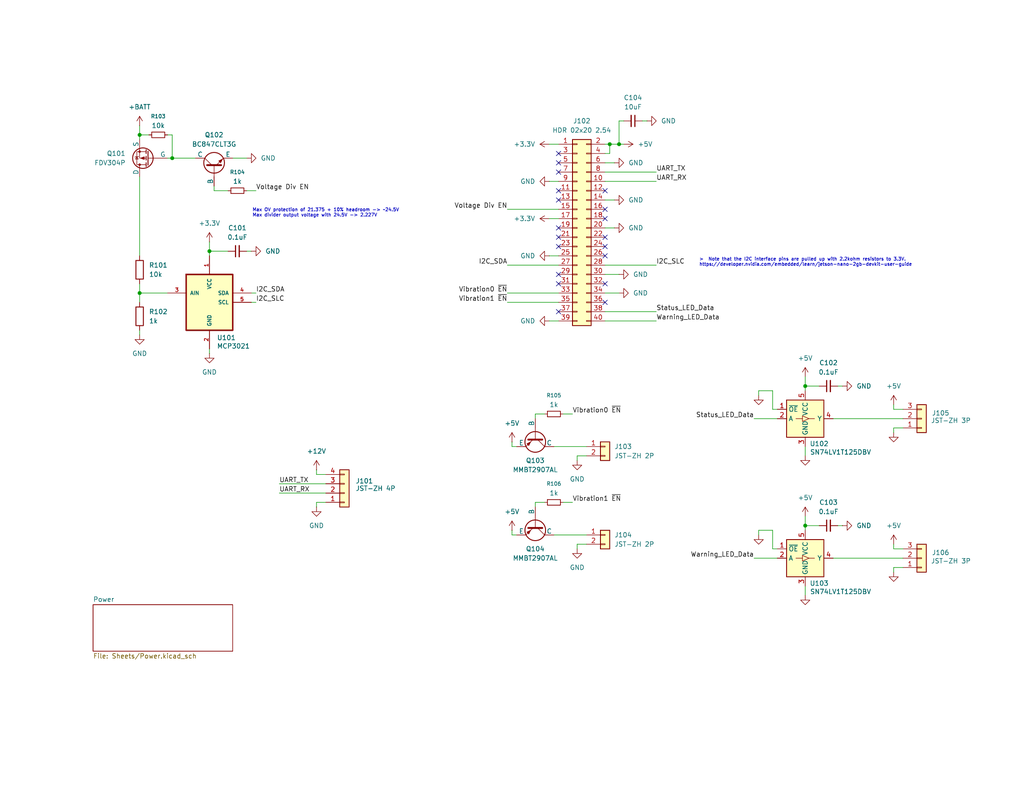
<source format=kicad_sch>
(kicad_sch (version 20250114) (generator "eeschema") (generator_version "9.0")
  (paper "USLetter")
  (title_block (title "Cyclops (Team 30)") (date "2025-12-16") (rev "2.1") (company "Concordia University, Department of Electrical and Computer Engineering"))
  (lib_symbols
    (symbol "Connector_Generic:Conn_01x02" (pin_names (offset 1.016) (hide yes))
      (property "Reference" "J" (at 0 2.54 0))
      (property "Value" "Conn_01x02" (at 0 -5.08 0))
      (symbol "Conn_01x02_1_1"
        (rectangle (start -1.27 1.27) (end 1.27 -3.81) (stroke (width 0.254)) (fill (type background)))
        (rectangle (start -1.27 0.127) (end 0 -0.127) (stroke (width 0.1524)))
        (rectangle (start -1.27 -2.413) (end 0 -2.667) (stroke (width 0.1524)))
        (pin passive line (at -5.08 0 0) (length 3.81) (name "Pin_1") (number "1"))
        (pin passive line (at -5.08 -2.54 0) (length 3.81) (name "Pin_2") (number "2"))
      )
    )
    (symbol "Connector_Generic:Conn_01x03" (pin_names (offset 1.016) (hide yes))
      (property "Reference" "J" (at 0 5.08 0))
      (property "Value" "Conn_01x03" (at 0 -5.08 0))
      (symbol "Conn_01x03_1_1"
        (rectangle (start -1.27 3.81) (end 1.27 -3.81) (stroke (width 0.254)) (fill (type background)))
        (rectangle (start -1.27 2.667) (end 0 2.413) (stroke (width 0.1524)))
        (rectangle (start -1.27 0.127) (end 0 -0.127) (stroke (width 0.1524)))
        (rectangle (start -1.27 -2.413) (end 0 -2.667) (stroke (width 0.1524)))
        (pin passive line (at -5.08 2.54 0) (length 3.81) (name "Pin_1") (number "1"))
        (pin passive line (at -5.08 0 0) (length 3.81) (name "Pin_2") (number "2"))
        (pin passive line (at -5.08 -2.54 0) (length 3.81) (name "Pin_3") (number "3"))
      )
    )
    (symbol "Connector_Generic:Conn_01x04" (pin_names (offset 1.016) (hide yes))
      (property "Reference" "J" (at 0 5.08 0))
      (property "Value" "Conn_01x04" (at 0 -7.62 0))
      (symbol "Conn_01x04_1_1"
        (rectangle (start -1.27 3.81) (end 1.27 -6.35) (stroke (width 0.254)) (fill (type background)))
        (rectangle (start -1.27 2.667) (end 0 2.413) (stroke (width 0.1524)))
        (rectangle (start -1.27 0.127) (end 0 -0.127) (stroke (width 0.1524)))
        (rectangle (start -1.27 -2.413) (end 0 -2.667) (stroke (width 0.1524)))
        (rectangle (start -1.27 -4.953) (end 0 -5.207) (stroke (width 0.1524)))
        (pin passive line (at -5.08 2.54 0) (length 3.81) (name "Pin_1") (number "1"))
        (pin passive line (at -5.08 0 0) (length 3.81) (name "Pin_2") (number "2"))
        (pin passive line (at -5.08 -2.54 0) (length 3.81) (name "Pin_3") (number "3"))
        (pin passive line (at -5.08 -5.08 0) (length 3.81) (name "Pin_4") (number "4"))
      )
    )
    (symbol "Connector_Generic:Conn_02x20_Odd_Even" (pin_names (offset 1.016) (hide yes))
      (property "Reference" "J" (at 1.27 25.4 0))
      (property "Value" "Conn_02x20_Odd_Even" (at 1.27 -27.94 0))
      (symbol "Conn_02x20_Odd_Even_1_1"
        (rectangle (start -1.27 24.13) (end 3.81 -26.67) (stroke (width 0.254)) (fill (type background)))
        (rectangle (start -1.27 22.987) (end 0 22.733) (stroke (width 0.1524)))
        (rectangle (start -1.27 20.447) (end 0 20.193) (stroke (width 0.1524)))
        (rectangle (start -1.27 17.907) (end 0 17.653) (stroke (width 0.1524)))
        (rectangle (start -1.27 15.367) (end 0 15.113) (stroke (width 0.1524)))
        (rectangle (start -1.27 12.827) (end 0 12.573) (stroke (width 0.1524)))
        (rectangle (start -1.27 10.287) (end 0 10.033) (stroke (width 0.1524)))
        (rectangle (start -1.27 7.747) (end 0 7.493) (stroke (width 0.1524)))
        (rectangle (start -1.27 5.207) (end 0 4.953) (stroke (width 0.1524)))
        (rectangle (start -1.27 2.667) (end 0 2.413) (stroke (width 0.1524)))
        (rectangle (start -1.27 0.127) (end 0 -0.127) (stroke (width 0.1524)))
        (rectangle (start -1.27 -2.413) (end 0 -2.667) (stroke (width 0.1524)))
        (rectangle (start -1.27 -4.953) (end 0 -5.207) (stroke (width 0.1524)))
        (rectangle (start -1.27 -7.493) (end 0 -7.747) (stroke (width 0.1524)))
        (rectangle (start -1.27 -10.033) (end 0 -10.287) (stroke (width 0.1524)))
        (rectangle (start -1.27 -12.573) (end 0 -12.827) (stroke (width 0.1524)))
        (rectangle (start -1.27 -15.113) (end 0 -15.367) (stroke (width 0.1524)))
        (rectangle (start -1.27 -17.653) (end 0 -17.907) (stroke (width 0.1524)))
        (rectangle (start -1.27 -20.193) (end 0 -20.447) (stroke (width 0.1524)))
        (rectangle (start -1.27 -22.733) (end 0 -22.987) (stroke (width 0.1524)))
        (rectangle (start -1.27 -25.273) (end 0 -25.527) (stroke (width 0.1524)))
        (rectangle (start 3.81 22.987) (end 2.54 22.733) (stroke (width 0.1524)))
        (rectangle (start 3.81 20.447) (end 2.54 20.193) (stroke (width 0.1524)))
        (rectangle (start 3.81 17.907) (end 2.54 17.653) (stroke (width 0.1524)))
        (rectangle (start 3.81 15.367) (end 2.54 15.113) (stroke (width 0.1524)))
        (rectangle (start 3.81 12.827) (end 2.54 12.573) (stroke (width 0.1524)))
        (rectangle (start 3.81 10.287) (end 2.54 10.033) (stroke (width 0.1524)))
        (rectangle (start 3.81 7.747) (end 2.54 7.493) (stroke (width 0.1524)))
        (rectangle (start 3.81 5.207) (end 2.54 4.953) (stroke (width 0.1524)))
        (rectangle (start 3.81 2.667) (end 2.54 2.413) (stroke (width 0.1524)))
        (rectangle (start 3.81 0.127) (end 2.54 -0.127) (stroke (width 0.1524)))
        (rectangle (start 3.81 -2.413) (end 2.54 -2.667) (stroke (width 0.1524)))
        (rectangle (start 3.81 -4.953) (end 2.54 -5.207) (stroke (width 0.1524)))
        (rectangle (start 3.81 -7.493) (end 2.54 -7.747) (stroke (width 0.1524)))
        (rectangle (start 3.81 -10.033) (end 2.54 -10.287) (stroke (width 0.1524)))
        (rectangle (start 3.81 -12.573) (end 2.54 -12.827) (stroke (width 0.1524)))
        (rectangle (start 3.81 -15.113) (end 2.54 -15.367) (stroke (width 0.1524)))
        (rectangle (start 3.81 -17.653) (end 2.54 -17.907) (stroke (width 0.1524)))
        (rectangle (start 3.81 -20.193) (end 2.54 -20.447) (stroke (width 0.1524)))
        (rectangle (start 3.81 -22.733) (end 2.54 -22.987) (stroke (width 0.1524)))
        (rectangle (start 3.81 -25.273) (end 2.54 -25.527) (stroke (width 0.1524)))
        (pin passive line (at -5.08 22.86 0) (length 3.81) (name "Pin_1") (number "1"))
        (pin passive line (at -5.08 20.32 0) (length 3.81) (name "Pin_3") (number "3"))
        (pin passive line (at -5.08 17.78 0) (length 3.81) (name "Pin_5") (number "5"))
        (pin passive line (at -5.08 15.24 0) (length 3.81) (name "Pin_7") (number "7"))
        (pin passive line (at -5.08 12.7 0) (length 3.81) (name "Pin_9") (number "9"))
        (pin passive line (at -5.08 10.16 0) (length 3.81) (name "Pin_11") (number "11"))
        (pin passive line (at -5.08 7.62 0) (length 3.81) (name "Pin_13") (number "13"))
        (pin passive line (at -5.08 5.08 0) (length 3.81) (name "Pin_15") (number "15"))
        (pin passive line (at -5.08 2.54 0) (length 3.81) (name "Pin_17") (number "17"))
        (pin passive line (at -5.08 0 0) (length 3.81) (name "Pin_19") (number "19"))
        (pin passive line (at -5.08 -2.54 0) (length 3.81) (name "Pin_21") (number "21"))
        (pin passive line (at -5.08 -5.08 0) (length 3.81) (name "Pin_23") (number "23"))
        (pin passive line (at -5.08 -7.62 0) (length 3.81) (name "Pin_25") (number "25"))
        (pin passive line (at -5.08 -10.16 0) (length 3.81) (name "Pin_27") (number "27"))
        (pin passive line (at -5.08 -12.7 0) (length 3.81) (name "Pin_29") (number "29"))
        (pin passive line (at -5.08 -15.24 0) (length 3.81) (name "Pin_31") (number "31"))
        (pin passive line (at -5.08 -17.78 0) (length 3.81) (name "Pin_33") (number "33"))
        (pin passive line (at -5.08 -20.32 0) (length 3.81) (name "Pin_35") (number "35"))
        (pin passive line (at -5.08 -22.86 0) (length 3.81) (name "Pin_37") (number "37"))
        (pin passive line (at -5.08 -25.4 0) (length 3.81) (name "Pin_39") (number "39"))
        (pin passive line (at 7.62 22.86 180) (length 3.81) (name "Pin_2") (number "2"))
        (pin passive line (at 7.62 20.32 180) (length 3.81) (name "Pin_4") (number "4"))
        (pin passive line (at 7.62 17.78 180) (length 3.81) (name "Pin_6") (number "6"))
        (pin passive line (at 7.62 15.24 180) (length 3.81) (name "Pin_8") (number "8"))
        (pin passive line (at 7.62 12.7 180) (length 3.81) (name "Pin_10") (number "10"))
        (pin passive line (at 7.62 10.16 180) (length 3.81) (name "Pin_12") (number "12"))
        (pin passive line (at 7.62 7.62 180) (length 3.81) (name "Pin_14") (number "14"))
        (pin passive line (at 7.62 5.08 180) (length 3.81) (name "Pin_16") (number "16"))
        (pin passive line (at 7.62 2.54 180) (length 3.81) (name "Pin_18") (number "18"))
        (pin passive line (at 7.62 0 180) (length 3.81) (name "Pin_20") (number "20"))
        (pin passive line (at 7.62 -2.54 180) (length 3.81) (name "Pin_22") (number "22"))
        (pin passive line (at 7.62 -5.08 180) (length 3.81) (name "Pin_24") (number "24"))
        (pin passive line (at 7.62 -7.62 180) (length 3.81) (name "Pin_26") (number "26"))
        (pin passive line (at 7.62 -10.16 180) (length 3.81) (name "Pin_28") (number "28"))
        (pin passive line (at 7.62 -12.7 180) (length 3.81) (name "Pin_30") (number "30"))
        (pin passive line (at 7.62 -15.24 180) (length 3.81) (name "Pin_32") (number "32"))
        (pin passive line (at 7.62 -17.78 180) (length 3.81) (name "Pin_34") (number "34"))
        (pin passive line (at 7.62 -20.32 180) (length 3.81) (name "Pin_36") (number "36"))
        (pin passive line (at 7.62 -22.86 180) (length 3.81) (name "Pin_38") (number "38"))
        (pin passive line (at 7.62 -25.4 180) (length 3.81) (name "Pin_40") (number "40"))
      )
    )
    (symbol "Device:C_Small" (pin_numbers (hide yes)) (pin_names (offset 0.254) (hide yes))
      (property "Reference" "C" (at 0.254 1.778 0))
      (property "Value" "C_Small" (at 0.254 -2.032 0))
      (symbol "C_Small_0_1"
        (polyline (pts (xy -1.524 0.508) (xy 1.524 0.508)) (stroke (width 0.3048)))
        (polyline (pts (xy -1.524 -0.508) (xy 1.524 -0.508)) (stroke (width 0.3302)))
      )
      (symbol "C_Small_1_1"
        (pin passive line (at 0 2.54 270) (length 2.032) (name "~") (number "1"))
        (pin passive line (at 0 -2.54 90) (length 2.032) (name "~") (number "2"))
      )
    )
    (symbol "Device:R" (pin_numbers (hide yes)) (pin_names (offset 0))
      (property "Reference" "R" (at 2.032 0 90))
      (property "Value" "R" (at 0 0 90))
      (symbol "R_0_1"
        (rectangle (start -1.016 -2.54) (end 1.016 2.54) (stroke (width 0.254)))
      )
      (symbol "R_1_1"
        (pin passive line (at 0 3.81 270) (length 1.27) (name "~") (number "1"))
        (pin passive line (at 0 -3.81 90) (length 1.27) (name "~") (number "2"))
      )
    )
    (symbol "Device:R_Small" (pin_numbers (hide yes)) (pin_names (offset 0.254) (hide yes))
      (property "Reference" "R" (at 0 0 90))
      (property "Value" "R_Small" (at 1.778 0 90))
      (symbol "R_Small_0_1"
        (rectangle (start -0.762 1.778) (end 0.762 -1.778) (stroke (width 0.2032)))
      )
      (symbol "R_Small_1_1"
        (pin passive line (at 0 2.54 270) (length 0.762) (name "~") (number "1"))
        (pin passive line (at 0 -2.54 90) (length 0.762) (name "~") (number "2"))
      )
    )
    (symbol "Logic_LevelTranslator:SN74LV1T125DBV"
      (property "Reference" "U" (at 5.08 6.35 0))
      (property "Value" "SN74LV1T125DBV" (at 5.08 3.81 0))
      (symbol "SN74LV1T125DBV_0_1"
        (rectangle (start -5.08 5.08) (end 5.08 -5.08) (stroke (width 0.254)) (fill (type background)))
        (polyline (pts (xy -0.762 0) (xy -2.54 0)))
        (polyline (pts (xy 1.016 0) (xy 2.54 0)))
      )
      (symbol "SN74LV1T125DBV_1_1"
        (polyline (pts (xy -0.762 -0.762) (xy -0.762 0.762) (xy 1.016 0) (xy -0.762 -0.762)))
        (pin input line (at -7.62 2.54 0) (length 2.54) (name "~{OE}") (number "1"))
        (pin input line (at -7.62 0 0) (length 2.54) (name "A") (number "2"))
        (pin power_in line (at 0 7.62 270) (length 2.54) (name "VCC") (number "5"))
        (pin power_in line (at 0 -7.62 90) (length 2.54) (name "GND") (number "3"))
        (pin output line (at 7.62 0 180) (length 2.54) (name "Y") (number "4"))
      )
    )
    (symbol "MCP3021:MCP3021" (pin_names (offset 1.016))
      (property "Reference" "U101" (at -4.318 -3.302 0))
      (property "Value" "MCP3021" (at -4.318 -5.588 0))
      (symbol "MCP3021_0_0"
        (rectangle (start -12.7 13.97) (end 0 -1.27) (stroke (width 0.4064)) (fill (type background)))
        (pin bidirectional line (at -17.78 8.89 0) (length 5.08) (name "AIN") (number "3"))
        (pin bidirectional line (at -6.35 19.05 270) (length 5.08) (name "VCC") (number "1"))
        (pin bidirectional line (at 5.08 8.89 180) (length 5.08) (name "SDA") (number "4"))
        (pin bidirectional line (at 5.08 6.35 180) (length 5.08) (name "SCL") (number "5"))
      )
      (symbol "MCP3021_1_0"
        (pin bidirectional line (at -6.35 -6.35 90) (length 5.08) (name "GND") (number "2"))
      )
    )
    (symbol "Simulation_SPICE:NPN" (pin_numbers (hide yes)) (pin_names (offset 0))
      (property "Reference" "Q" (at -2.54 7.62 0))
      (property "Value" "NPN" (at -2.54 5.08 0))
      (symbol "NPN_0_1"
        (polyline (pts (xy -2.54 0) (xy 0.635 0)) (stroke (width 0.1524)))
        (polyline (pts (xy 0.635 1.905) (xy 0.635 -1.905) (xy 0.635 -1.905)) (stroke (width 0.508)))
        (polyline (pts (xy 0.635 0.635) (xy 2.54 2.54)))
        (polyline (pts (xy 0.635 -0.635) (xy 2.54 -2.54) (xy 2.54 -2.54)))
        (circle (center 1.27 0) (radius 2.8194) (stroke (width 0.254)))
        (polyline (pts (xy 1.27 -1.778) (xy 1.778 -1.27) (xy 2.286 -2.286) (xy 1.27 -1.778) (xy 1.27 -1.778)) (fill (type outline)))
        (polyline (pts (xy 2.794 -1.27) (xy 2.794 -1.27)) (stroke (width 0.1524)))
        (polyline (pts (xy 2.794 -1.27) (xy 2.794 -1.27)) (stroke (width 0.1524)))
      )
      (symbol "NPN_1_1"
        (pin input line (at -5.08 0 0) (length 2.54) (name "B") (number "2"))
        (pin open_collector line (at 2.54 5.08 270) (length 2.54) (name "C") (number "1"))
        (pin open_emitter line (at 2.54 -5.08 90) (length 2.54) (name "E") (number "3"))
      )
    )
    (symbol "Simulation_SPICE:PMOS" (pin_numbers (hide yes)) (pin_names (offset 0))
      (property "Reference" "Q" (at 5.08 1.27 0))
      (property "Value" "PMOS" (at 5.08 -1.27 0))
      (symbol "PMOS_0_1"
        (polyline (pts (xy 0.254 1.905) (xy 0.254 -1.905)) (stroke (width 0.254)))
        (polyline (pts (xy 0.254 0) (xy -2.54 0)))
        (polyline (pts (xy 0.762 2.286) (xy 0.762 1.27)) (stroke (width 0.254)))
        (polyline (pts (xy 0.762 1.778) (xy 3.302 1.778) (xy 3.302 -1.778) (xy 0.762 -1.778)))
        (polyline (pts (xy 0.762 0.508) (xy 0.762 -0.508)) (stroke (width 0.254)))
        (polyline (pts (xy 0.762 -1.27) (xy 0.762 -2.286)) (stroke (width 0.254)))
        (circle (center 1.651 0) (radius 2.794) (stroke (width 0.254)))
        (polyline (pts (xy 2.286 0) (xy 1.27 0.381) (xy 1.27 -0.381) (xy 2.286 0)) (fill (type outline)))
        (polyline (pts (xy 2.54 2.54) (xy 2.54 1.778)))
        (circle (center 2.54 1.778) (radius 0.254) (fill (type outline)))
        (circle (center 2.54 -1.778) (radius 0.254) (fill (type outline)))
        (polyline (pts (xy 2.54 -2.54) (xy 2.54 0) (xy 0.762 0)))
        (polyline (pts (xy 2.794 -0.508) (xy 2.921 -0.381) (xy 3.683 -0.381) (xy 3.81 -0.254)))
        (polyline (pts (xy 3.302 -0.381) (xy 2.921 0.254) (xy 3.683 0.254) (xy 3.302 -0.381)))
      )
      (symbol "PMOS_1_1"
        (pin input line (at -5.08 0 0) (length 2.54) (name "G") (number "2"))
        (pin passive line (at 2.54 5.08 270) (length 2.54) (name "D") (number "1"))
        (pin passive line (at 2.54 -5.08 90) (length 2.54) (name "S") (number "3"))
      )
    )
    (symbol "Simulation_SPICE:PNP" (pin_numbers (hide yes)) (pin_names (offset 0))
      (property "Reference" "Q" (at -2.54 7.62 0))
      (property "Value" "PNP" (at -2.54 5.08 0))
      (symbol "PNP_0_1"
        (polyline (pts (xy -2.54 0) (xy 0.635 0)) (stroke (width 0.1524)))
        (polyline (pts (xy 0.635 1.905) (xy 0.635 -1.905) (xy 0.635 -1.905)) (stroke (width 0.508)))
        (polyline (pts (xy 0.635 0.635) (xy 2.54 2.54)))
        (polyline (pts (xy 0.635 -0.635) (xy 2.54 -2.54) (xy 2.54 -2.54)))
        (circle (center 1.27 0) (radius 2.8194) (stroke (width 0.254)))
        (polyline (pts (xy 2.286 -1.778) (xy 1.778 -2.286) (xy 1.27 -1.27) (xy 2.286 -1.778) (xy 2.286 -1.778)) (fill (type outline)))
      )
      (symbol "PNP_1_1"
        (pin input line (at -5.08 0 0) (length 2.54) (name "B") (number "2"))
        (pin open_collector line (at 2.54 5.08 270) (length 2.54) (name "C") (number "1"))
        (pin open_emitter line (at 2.54 -5.08 90) (length 2.54) (name "E") (number "3"))
      )
    )
    (symbol "power:+12V" (power) (pin_numbers (hide yes)) (pin_names (offset 0) (hide yes))
      (property "Value" "+12V" (at 0 3.556 0))
      (symbol "+12V_0_1"
        (polyline (pts (xy -0.762 1.27) (xy 0 2.54)))
        (polyline (pts (xy 0 2.54) (xy 0.762 1.27)))
        (polyline (pts (xy 0 0) (xy 0 2.54)))
      )
      (symbol "+12V_1_1"
        (pin power_in line (at 0 0 90) (length 0) (name "~") (number "1"))
      )
    )
    (symbol "power:+3.3V" (power) (pin_numbers (hide yes)) (pin_names (offset 0) (hide yes))
      (property "Value" "+3.3V" (at 0 3.556 0))
      (symbol "+3.3V_0_1"
        (polyline (pts (xy -0.762 1.27) (xy 0 2.54)))
        (polyline (pts (xy 0 2.54) (xy 0.762 1.27)))
        (polyline (pts (xy 0 0) (xy 0 2.54)))
      )
      (symbol "+3.3V_1_1"
        (pin power_in line (at 0 0 90) (length 0) (name "~") (number "1"))
      )
    )
    (symbol "power:+5V" (power) (pin_numbers (hide yes)) (pin_names (offset 0) (hide yes))
      (property "Value" "+5V" (at 0 3.556 0))
      (symbol "+5V_0_1"
        (polyline (pts (xy -0.762 1.27) (xy 0 2.54)))
        (polyline (pts (xy 0 2.54) (xy 0.762 1.27)))
        (polyline (pts (xy 0 0) (xy 0 2.54)))
      )
      (symbol "+5V_1_1"
        (pin power_in line (at 0 0 90) (length 0) (name "~") (number "1"))
      )
    )
    (symbol "power:+BATT" (power) (pin_numbers (hide yes)) (pin_names (offset 0) (hide yes))
      (property "Value" "+BATT" (at 0 3.556 0))
      (symbol "+BATT_0_1"
        (polyline (pts (xy -0.762 1.27) (xy 0 2.54)))
        (polyline (pts (xy 0 2.54) (xy 0.762 1.27)))
        (polyline (pts (xy 0 0) (xy 0 2.54)))
      )
      (symbol "+BATT_1_1"
        (pin power_in line (at 0 0 90) (length 0) (name "~") (number "1"))
      )
    )
    (symbol "power:GND" (power) (pin_numbers (hide yes)) (pin_names (offset 0) (hide yes))
      (property "Value" "GND" (at 0 -3.81 0))
      (symbol "GND_0_1"
        (polyline (pts (xy 0 0) (xy 0 -1.27) (xy 1.27 -1.27) (xy 0 -2.54) (xy -1.27 -1.27) (xy 0 -1.27)))
      )
      (symbol "GND_1_1"
        (pin power_in line (at 0 0 270) (length 0) (name "~") (number "1"))
      )
    )
  )
  (text "Max OV protection of 21.375 + 10% headroom -> ~24.5V\nMax divider output voltage with 24.5V -> 2.227V\n" (at 68.834 58.166 0) (effects (font (size 0.889 0.889)) (justify left)))
  (text ">  Note that the I2C interface pins are pulled up with 2.2kohm resistors to 3.3V. \nhttps://developer.nvidia.com/embedded/learn/jetson-nano-2gb-devkit-user-guide" (at 190.754 71.628 0) (effects (font (size 0.889 0.889)) (justify left)))
  (junction (at 219.71 105.41))
  (junction (at 166.37 39.37))
  (junction (at 57.15 68.58))
  (junction (at 219.71 143.51))
  (junction (at 38.1 36.83))
  (junction (at 38.1 80.01))
  (junction (at 168.91 39.37))
  (junction (at 46.99 43.18))
  (no_connect (at 152.4 54.61))
  (no_connect (at 152.4 67.31))
  (no_connect (at 152.4 77.47))
  (no_connect (at 165.1 59.69))
  (no_connect (at 165.1 52.07))
  (no_connect (at 152.4 64.77))
  (no_connect (at 165.1 64.77))
  (no_connect (at 152.4 44.45))
  (no_connect (at 152.4 52.07))
  (no_connect (at 165.1 77.47))
  (no_connect (at 165.1 67.31))
  (no_connect (at 165.1 69.85))
  (no_connect (at 165.1 82.55))
  (no_connect (at 152.4 41.91))
  (no_connect (at 152.4 46.99))
  (no_connect (at 152.4 74.93))
  (no_connect (at 165.1 57.15))
  (no_connect (at 152.4 62.23))
  (no_connect (at 152.4 85.09))
  (wire (pts (xy 149.86 39.37) (xy 152.4 39.37)))
  (wire (pts (xy 205.74 152.4) (xy 212.09 152.4)))
  (wire (pts (xy 138.43 72.39) (xy 152.4 72.39)))
  (wire (pts (xy 45.72 43.18) (xy 46.99 43.18)))
  (wire (pts (xy 246.38 149.86) (xy 243.84 149.86)))
  (wire (pts (xy 165.1 41.91) (xy 166.37 41.91)))
  (wire (pts (xy 157.48 149.86) (xy 157.48 148.59)))
  (wire (pts (xy 86.36 138.43) (xy 86.36 137.16)))
  (wire (pts (xy 212.09 149.86) (xy 210.82 149.86)))
  (wire (pts (xy 138.43 80.01) (xy 152.4 80.01)))
  (wire (pts (xy 146.05 137.16) (xy 146.05 138.43)))
  (wire (pts (xy 219.71 121.92) (xy 219.71 124.46)))
  (wire (pts (xy 76.2 132.08) (xy 88.9 132.08)))
  (wire (pts (xy 38.1 80.01) (xy 45.72 80.01)))
  (wire (pts (xy 46.99 43.18) (xy 53.34 43.18)))
  (wire (pts (xy 246.38 154.94) (xy 243.84 154.94)))
  (wire (pts (xy 167.64 54.61) (xy 165.1 54.61)))
  (wire (pts (xy 227.33 152.4) (xy 246.38 152.4)))
  (wire (pts (xy 45.72 36.83) (xy 46.99 36.83)))
  (wire (pts (xy 219.71 105.41) (xy 219.71 106.68)))
  (wire (pts (xy 62.23 68.58) (xy 57.15 68.58)))
  (wire (pts (xy 210.82 111.76) (xy 210.82 106.68)))
  (wire (pts (xy 57.15 66.04) (xy 57.15 68.58)))
  (wire (pts (xy 243.84 116.84) (xy 243.84 118.11)))
  (wire (pts (xy 58.42 52.07) (xy 62.23 52.07)))
  (wire (pts (xy 168.91 39.37) (xy 170.18 39.37)))
  (wire (pts (xy 179.07 46.99) (xy 165.1 46.99)))
  (wire (pts (xy 210.82 149.86) (xy 210.82 144.78)))
  (wire (pts (xy 46.99 36.83) (xy 46.99 43.18)))
  (wire (pts (xy 223.52 105.41) (xy 219.71 105.41)))
  (wire (pts (xy 138.43 82.55) (xy 152.4 82.55)))
  (wire (pts (xy 168.91 74.93) (xy 165.1 74.93)))
  (wire (pts (xy 210.82 144.78) (xy 207.01 144.78)))
  (wire (pts (xy 168.91 33.02) (xy 170.18 33.02)))
  (wire (pts (xy 157.48 124.46) (xy 160.02 124.46)))
  (wire (pts (xy 68.58 68.58) (xy 67.31 68.58)))
  (wire (pts (xy 179.07 85.09) (xy 165.1 85.09)))
  (wire (pts (xy 149.86 69.85) (xy 152.4 69.85)))
  (wire (pts (xy 138.43 57.15) (xy 152.4 57.15)))
  (wire (pts (xy 210.82 106.68) (xy 207.01 106.68)))
  (wire (pts (xy 146.05 137.16) (xy 148.59 137.16)))
  (wire (pts (xy 38.1 48.26) (xy 38.1 69.85)))
  (wire (pts (xy 179.07 49.53) (xy 165.1 49.53)))
  (wire (pts (xy 166.37 39.37) (xy 168.91 39.37)))
  (wire (pts (xy 219.71 102.87) (xy 219.71 105.41)))
  (wire (pts (xy 205.74 114.3) (xy 212.09 114.3)))
  (wire (pts (xy 38.1 34.29) (xy 38.1 36.83)))
  (wire (pts (xy 67.31 43.18) (xy 63.5 43.18)))
  (wire (pts (xy 166.37 39.37) (xy 165.1 39.37)))
  (wire (pts (xy 219.71 140.97) (xy 219.71 143.51)))
  (wire (pts (xy 219.71 160.02) (xy 219.71 162.56)))
  (wire (pts (xy 146.05 113.03) (xy 146.05 114.3)))
  (wire (pts (xy 38.1 36.83) (xy 38.1 38.1)))
  (wire (pts (xy 246.38 111.76) (xy 243.84 111.76)))
  (wire (pts (xy 228.6 105.41) (xy 229.87 105.41)))
  (wire (pts (xy 167.64 44.45) (xy 165.1 44.45)))
  (wire (pts (xy 207.01 106.68) (xy 207.01 107.95)))
  (wire (pts (xy 86.36 137.16) (xy 88.9 137.16)))
  (wire (pts (xy 167.64 62.23) (xy 165.1 62.23)))
  (wire (pts (xy 139.7 146.05) (xy 139.7 144.78)))
  (wire (pts (xy 38.1 90.17) (xy 38.1 91.44)))
  (wire (pts (xy 227.33 114.3) (xy 246.38 114.3)))
  (wire (pts (xy 140.97 121.92) (xy 139.7 121.92)))
  (wire (pts (xy 69.85 80.01) (xy 68.58 80.01)))
  (wire (pts (xy 156.21 137.16) (xy 153.67 137.16)))
  (wire (pts (xy 228.6 143.51) (xy 229.87 143.51)))
  (wire (pts (xy 140.97 146.05) (xy 139.7 146.05)))
  (wire (pts (xy 157.48 148.59) (xy 160.02 148.59)))
  (wire (pts (xy 166.37 39.37) (xy 166.37 41.91)))
  (wire (pts (xy 139.7 121.92) (xy 139.7 120.65)))
  (wire (pts (xy 219.71 143.51) (xy 219.71 144.78)))
  (wire (pts (xy 151.13 146.05) (xy 160.02 146.05)))
  (wire (pts (xy 223.52 143.51) (xy 219.71 143.51)))
  (wire (pts (xy 76.2 134.62) (xy 88.9 134.62)))
  (wire (pts (xy 243.84 110.49) (xy 243.84 111.76)))
  (wire (pts (xy 58.42 52.07) (xy 58.42 50.8)))
  (wire (pts (xy 149.86 87.63) (xy 152.4 87.63)))
  (wire (pts (xy 176.53 33.02) (xy 175.26 33.02)))
  (wire (pts (xy 57.15 96.52) (xy 57.15 95.25)))
  (wire (pts (xy 38.1 77.47) (xy 38.1 80.01)))
  (wire (pts (xy 243.84 154.94) (xy 243.84 156.21)))
  (wire (pts (xy 151.13 121.92) (xy 160.02 121.92)))
  (wire (pts (xy 179.07 87.63) (xy 165.1 87.63)))
  (wire (pts (xy 165.1 72.39) (xy 179.07 72.39)))
  (wire (pts (xy 168.91 80.01) (xy 165.1 80.01)))
  (wire (pts (xy 207.01 144.78) (xy 207.01 146.05)))
  (wire (pts (xy 243.84 148.59) (xy 243.84 149.86)))
  (wire (pts (xy 156.21 113.03) (xy 153.67 113.03)))
  (wire (pts (xy 146.05 113.03) (xy 148.59 113.03)))
  (wire (pts (xy 38.1 80.01) (xy 38.1 82.55)))
  (wire (pts (xy 212.09 111.76) (xy 210.82 111.76)))
  (wire (pts (xy 157.48 125.73) (xy 157.48 124.46)))
  (wire (pts (xy 69.85 82.55) (xy 68.58 82.55)))
  (wire (pts (xy 168.91 33.02) (xy 168.91 39.37)))
  (wire (pts (xy 86.36 128.27) (xy 86.36 129.54)))
  (wire (pts (xy 246.38 116.84) (xy 243.84 116.84)))
  (wire (pts (xy 149.86 49.53) (xy 152.4 49.53)))
  (wire (pts (xy 38.1 36.83) (xy 40.64 36.83)))
  (wire (pts (xy 57.15 68.58) (xy 57.15 69.85)))
  (wire (pts (xy 86.36 129.54) (xy 88.9 129.54)))
  (wire (pts (xy 149.86 59.69) (xy 152.4 59.69)))
  (wire (pts (xy 69.85 52.07) (xy 67.31 52.07)))
  (label "I2C_SLC" (at 179.07 72.39 0))
  (label "Status_LED_Data" (at 179.07 85.09 0))
  (label "Voltage Div EN" (at 69.85 52.07 0))
  (label "Warning_LED_Data" (at 179.07 87.63 0))
  (label "UART_TX" (at 76.2 132.08 0))
  (label "Vibration0 ~{EN}" (at 138.43 80.01 180))
  (label "Status_LED_Data" (at 205.74 114.3 180))
  (label "Vibration1 ~{EN}" (at 156.21 137.16 0))
  (label "I2C_SDA" (at 69.85 80.01 0))
  (label "UART_TX" (at 179.07 46.99 0))
  (label "I2C_SLC" (at 69.85 82.55 0))
  (label "Vibration1 ~{EN}" (at 138.43 82.55 180))
  (label "I2C_SDA" (at 138.43 72.39 180))
  (label "Voltage Div EN" (at 138.43 57.15 180))
  (label "UART_RX" (at 76.2 134.62 0))
  (label "UART_RX" (at 179.07 49.53 0))
  (label "Vibration0 ~{EN}" (at 156.21 113.03 0))
  (label "Warning_LED_Data" (at 205.74 152.4 180))
  (symbol (lib_id "power:GND") (at 167.64 54.61 90) (unit 1)
    (property "Reference" "#PWR0119" (effects (hide yes)))
    (property "Value" "GND" (at 171.45 54.6099 90) (effects (justify right)))
    (property "Description" "Power symbol creates a global label with name \"GND\" , ground" (effects (hide yes)))
  )
  (symbol (lib_id "power:+5V") (at 243.84 110.49 0) (unit 1)
    (property "Reference" "#PWR0132" (effects (hide yes)))
    (property "Value" "+5V" (at 243.84 105.41 0))
    (property "Description" "Power symbol creates a global label with name \"+5V\"" (effects (hide yes)))
  )
  (symbol (lib_id "power:GND") (at 67.31 43.18 90) (unit 1)
    (property "Reference" "#PWR0105" (effects (hide yes)))
    (property "Value" "GND" (at 71.12 43.1799 90) (effects (justify right)))
    (property "Description" "Power symbol creates a global label with name \"GND\" , ground" (effects (hide yes)))
  )
  (symbol (lib_id "power:GND") (at 157.48 149.86 0) (unit 1)
    (property "Reference" "#PWR0117" (effects (hide yes)))
    (property "Value" "GND" (at 157.48 154.94 0))
    (property "Description" "Power symbol creates a global label with name \"GND\" , ground" (effects (hide yes)))
  )
  (symbol (lib_id "Simulation_SPICE:PMOS") (at 40.64 43.18 180) (unit 1)
    (property "Reference" "Q101" (at 34.29 41.9099 0) (effects (justify left)))
    (property "Value" "FDV304P" (at 34.29 44.4499 0) (effects (justify left)))
    (property "Footprint" "Package_TO_SOT_SMD:SOT-23-3" (effects (hide yes)))
    (property "Datasheet" "https://ngspice.sourceforge.io/docs/ngspice-html-manual/manual.xhtml#cha_MOSFETs" (effects (hide yes)))
    (property "Description" "P-MOSFET transistor, drain/source/gate" (effects (hide yes)))
    (property "Sim.Device" "PMOS" (effects (hide yes)))
    (property "Sim.Type" "VDMOS" (effects (hide yes)))
    (property "Sim.Pins" "1=D 2=G 3=S" (effects (hide yes)))
  )
  (symbol (lib_id "Device:R_Small") (at 151.13 137.16 90) (unit 1)
    (property "Reference" "R106" (at 151.13 132.08 90) (effects (font (size 1.016 1.016))))
    (property "Value" "1k" (at 151.13 134.62 90))
    (property "Footprint" "Resistor_SMD:R_1206_3216Metric_Pad1.30x1.75mm_HandSolder" (effects (hide yes)))
    (property "Description" "Resistor, small symbol" (effects (hide yes)))
  )
  (symbol (lib_id "power:GND") (at 149.86 87.63 270) (unit 1)
    (property "Reference" "#PWR0115" (effects (hide yes)))
    (property "Value" "GND" (at 146.05 87.6299 90) (effects (justify right)))
    (property "Description" "Power symbol creates a global label with name \"GND\" , ground" (effects (hide yes)))
  )
  (symbol (lib_id "power:GND") (at 149.86 69.85 270) (unit 1)
    (property "Reference" "#PWR0114" (effects (hide yes)))
    (property "Value" "GND" (at 146.05 69.8499 90) (effects (justify right)))
    (property "Description" "Power symbol creates a global label with name \"GND\" , ground" (effects (hide yes)))
  )
  (symbol (lib_id "power:GND") (at 219.71 124.46 0) (unit 1)
    (property "Reference" "#PWR0127" (effects (hide yes)))
    (property "Value" "GND" (effects (hide yes)))
    (property "Description" "Power symbol creates a global label with name \"GND\" , ground" (effects (hide yes)))
  )
  (symbol (lib_id "Connector_Generic:Conn_01x03") (at 251.46 114.3 0) (mirror x) (unit 1)
    (property "Reference" "J105" (at 254.254 112.776 0) (effects (justify left)))
    (property "Value" "JST-ZH 3P" (at 254 114.808 0) (effects (justify left)))
    (property "Footprint" "Connector_JST:JST_ZH_S3B-ZR-SM4A-TF_1x03-1MP_P1.50mm_Horizontal" (effects (hide yes)))
    (property "Description" "Generic connector, single row, 01x03, script generated (kicad-library-utils/schlib/autogen/connector/)" (effects (hide yes)))
  )
  (symbol (lib_id "Connector_Generic:Conn_01x02") (at 165.1 121.92 0) (unit 1)
    (property "Reference" "J103" (at 167.64 121.9199 0) (effects (justify left)))
    (property "Value" "JST-ZH 2P" (at 167.64 124.4599 0) (effects (justify left)))
    (property "Footprint" "Connector_JST:JST_ZH_S2B-ZR-SM4A-TF_1x02-1MP_P1.50mm_Horizontal" (effects (hide yes)))
    (property "Description" "Generic connector, single row, 01x02, script generated (kicad-library-utils/schlib/autogen/connector/)" (effects (hide yes)))
  )
  (symbol (lib_id "Connector_Generic:Conn_01x03") (at 251.46 152.4 0) (mirror x) (unit 1)
    (property "Reference" "J106" (at 254.254 150.876 0) (effects (justify left)))
    (property "Value" "JST-ZH 3P" (at 254 153.162 0) (effects (justify left)))
    (property "Footprint" "Connector_JST:JST_ZH_S3B-ZR-SM4A-TF_1x03-1MP_P1.50mm_Horizontal" (effects (hide yes)))
    (property "Description" "Generic connector, single row, 01x03, script generated (kicad-library-utils/schlib/autogen/connector/)" (effects (hide yes)))
  )
  (symbol (lib_id "Logic_LevelTranslator:SN74LV1T125DBV") (at 219.71 114.3 0) (unit 1)
    (property "Reference" "U102" (at 223.52 121.158 0))
    (property "Value" "SN74LV1T125DBV" (at 229.362 123.444 0))
    (property "Footprint" "Package_TO_SOT_SMD:SOT-23-5_HandSoldering" (effects (hide yes)))
    (property "Datasheet" "https://www.ti.com/lit/ds/symlink/sn74lv1t125.pdf" (effects (hide yes)))
    (property "Description" "Single Power Supply, Single Buffer Gate with 3-State Output, CMOS Logic Level Shifter Level Shifter, SOT-23-5" (effects (hide yes)))
  )
  (symbol (lib_id "power:GND") (at 168.91 80.01 90) (unit 1)
    (property "Reference" "#PWR0122" (effects (hide yes)))
    (property "Value" "GND" (at 172.72 80.0099 90) (effects (justify right)))
    (property "Description" "Power symbol creates a global label with name \"GND\" , ground" (effects (hide yes)))
  )
  (symbol (lib_id "power:GND") (at 157.48 125.73 0) (unit 1)
    (property "Reference" "#PWR0116" (effects (hide yes)))
    (property "Value" "GND" (at 157.48 130.81 0))
    (property "Description" "Power symbol creates a global label with name \"GND\" , ground" (effects (hide yes)))
  )
  (symbol (lib_id "Connector_Generic:Conn_02x20_Odd_Even") (at 157.48 62.23 0) (unit 1)
    (property "Reference" "J102" (at 158.75 33.02 0))
    (property "Value" "HDR 02x20 2.54" (at 158.75 35.56 0))
    (property "Footprint" "Connector_IDC:IDC-Header_2x20_P2.54mm_Horizontal" (effects (hide yes)))
    (property "Description" "Generic connector, double row, 02x20, odd/even pin numbering scheme (row 1 odd numbers, row 2 even numbers), script generated (kicad-library-utils/schlib/autogen/connector/)" (effects (hide yes)))
  )
  (symbol (lib_id "Device:R") (at 38.1 86.36 0) (unit 1)
    (property "Reference" "R102" (at 40.64 85.0899 0) (effects (justify left)))
    (property "Value" "1k" (at 40.64 87.6299 0) (effects (justify left)))
    (property "Footprint" "Resistor_SMD:R_1206_3216Metric_Pad1.30x1.75mm_HandSolder" (effects (hide yes)))
    (property "Description" "Resistor" (effects (hide yes)))
  )
  (symbol (lib_id "Device:C_Small") (at 226.06 143.51 90) (unit 1)
    (property "Reference" "C103" (at 226.0663 137.16 90))
    (property "Value" "0.1uF" (at 226.0663 139.7 90))
    (property "Footprint" "Capacitor_SMD:C_1206_3216Metric_Pad1.33x1.80mm_HandSolder" (effects (hide yes)))
    (property "Description" "Unpolarized capacitor, small symbol" (effects (hide yes)))
  )
  (symbol (lib_id "Device:R_Small") (at 151.13 113.03 90) (unit 1)
    (property "Reference" "R105" (at 151.13 107.95 90) (effects (font (size 1.016 1.016))))
    (property "Value" "1k" (at 151.13 110.49 90))
    (property "Footprint" "Resistor_SMD:R_1206_3216Metric_Pad1.30x1.75mm_HandSolder" (effects (hide yes)))
    (property "Description" "Resistor, small symbol" (effects (hide yes)))
  )
  (symbol (lib_id "Connector_Generic:Conn_01x04") (at 93.98 134.62 0) (mirror x) (unit 1)
    (property "Reference" "J101" (at 97.028 131.318 0) (effects (justify left)))
    (property "Value" "JST-ZH 4P" (at 97.028 133.35 0) (effects (justify left)))
    (property "Footprint" "Connector_JST:JST_ZH_S4B-ZR-SM4A-TF_1x04-1MP_P1.50mm_Horizontal" (effects (hide yes)))
    (property "Description" "Generic connector, single row, 01x04, script generated (kicad-library-utils/schlib/autogen/connector/)" (effects (hide yes)))
  )
  (symbol (lib_id "power:+5V") (at 170.18 39.37 270) (unit 1)
    (property "Reference" "#PWR0123" (effects (hide yes)))
    (property "Value" "+5V" (at 173.99 39.3699 90) (effects (justify left)))
    (property "Description" "Power symbol creates a global label with name \"+5V\"" (effects (hide yes)))
  )
  (symbol (lib_id "power:+5V") (at 139.7 120.65 0) (unit 1)
    (property "Reference" "#PWR0109" (effects (hide yes)))
    (property "Value" "+5V" (at 139.7 115.57 0))
    (property "Description" "Power symbol creates a global label with name \"+5V\"" (effects (hide yes)))
  )
  (symbol (lib_id "Logic_LevelTranslator:SN74LV1T125DBV") (at 219.71 152.4 0) (unit 1)
    (property "Reference" "U103" (at 223.52 159.258 0))
    (property "Value" "SN74LV1T125DBV" (at 229.362 161.544 0))
    (property "Footprint" "Package_TO_SOT_SMD:SOT-23-5_HandSoldering" (effects (hide yes)))
    (property "Datasheet" "https://www.ti.com/lit/ds/symlink/sn74lv1t125.pdf" (effects (hide yes)))
    (property "Description" "Single Power Supply, Single Buffer Gate with 3-State Output, CMOS Logic Level Shifter Level Shifter, SOT-23-5" (effects (hide yes)))
  )
  (symbol (lib_id "Device:R_Small") (at 43.18 36.83 90) (unit 1)
    (property "Reference" "R103" (at 43.18 31.75 90) (effects (font (size 1.016 1.016))))
    (property "Value" "10k" (at 43.18 34.29 90))
    (property "Footprint" "Resistor_SMD:R_1206_3216Metric_Pad1.30x1.75mm_HandSolder" (effects (hide yes)))
    (property "Description" "Resistor, small symbol" (effects (hide yes)))
  )
  (symbol (lib_id "Device:R_Small") (at 64.77 52.07 90) (unit 1)
    (property "Reference" "R104" (at 64.77 46.99 90) (effects (font (size 1.016 1.016))))
    (property "Value" "1k" (at 64.77 49.53 90))
    (property "Footprint" "Resistor_SMD:R_1206_3216Metric_Pad1.30x1.75mm_HandSolder" (effects (hide yes)))
    (property "Description" "Resistor, small symbol" (effects (hide yes)))
  )
  (symbol (lib_id "power:GND") (at 167.64 44.45 90) (unit 1)
    (property "Reference" "#PWR0118" (effects (hide yes)))
    (property "Value" "GND" (at 171.45 44.4499 90) (effects (justify right)))
    (property "Description" "Power symbol creates a global label with name \"GND\" , ground" (effects (hide yes)))
  )
  (symbol (lib_id "power:+3.3V") (at 149.86 59.69 90) (unit 1)
    (property "Reference" "#PWR0113" (effects (hide yes)))
    (property "Value" "+3.3V" (at 146.05 59.6899 90) (effects (justify left)))
    (property "Description" "Power symbol creates a global label with name \"+3.3V\"" (effects (hide yes)))
  )
  (symbol (lib_id "Simulation_SPICE:PNP") (at 146.05 143.51 270) (unit 1)
    (property "Reference" "Q104" (at 146.05 149.86 90))
    (property "Value" "MMBT2907AL" (at 146.05 152.4 90))
    (property "Footprint" "Package_TO_SOT_SMD:SOT-23" (effects (hide yes)))
    (property "Datasheet" "https://ngspice.sourceforge.io/docs/ngspice-html-manual/manual.xhtml#cha_BJTs" (effects (hide yes)))
    (property "Description" "Bipolar transistor symbol for simulation only, substrate tied to the emitter" (effects (hide yes)))
    (property "Sim.Device" "PNP" (effects (hide yes)))
    (property "Sim.Type" "GUMMELPOON" (effects (hide yes)))
    (property "Sim.Pins" "1=C 2=B 3=E" (effects (hide yes)))
  )
  (symbol (lib_id "power:+5V") (at 139.7 144.78 0) (unit 1)
    (property "Reference" "#PWR0110" (effects (hide yes)))
    (property "Value" "+5V" (at 139.7 139.7 0))
    (property "Description" "Power symbol creates a global label with name \"+5V\"" (effects (hide yes)))
  )
  (symbol (lib_id "Device:R") (at 38.1 73.66 0) (unit 1)
    (property "Reference" "R101" (at 40.64 72.3899 0) (effects (justify left)))
    (property "Value" "10k" (at 40.64 74.9299 0) (effects (justify left)))
    (property "Footprint" "Resistor_SMD:R_1206_3216Metric_Pad1.30x1.75mm_HandSolder" (effects (hide yes)))
    (property "Description" "Resistor" (effects (hide yes)))
  )
  (symbol (lib_id "power:GND") (at 176.53 33.02 90) (unit 1)
    (property "Reference" "#PWR0136" (effects (hide yes)))
    (property "Value" "GND" (at 180.34 33.0199 90) (effects (justify right)))
    (property "Description" "Power symbol creates a global label with name \"GND\" , ground" (effects (hide yes)))
  )
  (symbol (lib_id "power:GND") (at 168.91 74.93 90) (unit 1)
    (property "Reference" "#PWR0121" (effects (hide yes)))
    (property "Value" "GND" (at 172.72 74.9299 90) (effects (justify right)))
    (property "Description" "Power symbol creates a global label with name \"GND\" , ground" (effects (hide yes)))
  )
  (symbol (lib_id "power:+12V") (at 86.36 128.27 0) (unit 1)
    (property "Reference" "#PWR0107" (effects (hide yes)))
    (property "Value" "+12V" (at 86.36 123.19 0))
    (property "Description" "Power symbol creates a global label with name \"+12V\"" (effects (hide yes)))
  )
  (symbol (lib_id "Device:C_Small") (at 172.72 33.02 270) (unit 1)
    (property "Reference" "C104" (at 172.7136 26.67 90))
    (property "Value" "10uF" (at 172.7136 29.21 90))
    (property "Footprint" "Capacitor_SMD:C_1206_3216Metric_Pad1.33x1.80mm_HandSolder" (effects (hide yes)))
    (property "Description" "Unpolarized capacitor, small symbol" (effects (hide yes)))
  )
  (symbol (lib_id "Simulation_SPICE:NPN") (at 58.42 45.72 90) (unit 1)
    (property "Reference" "Q102" (at 58.42 36.83 90))
    (property "Value" "BC847CLT3G" (at 58.42 39.37 90))
    (property "Footprint" "Package_TO_SOT_SMD:SOT-23" (effects (hide yes)))
    (property "Datasheet" "https://ngspice.sourceforge.io/docs/ngspice-html-manual/manual.xhtml#cha_BJTs" (effects (hide yes)))
    (property "Description" "Bipolar transistor symbol for simulation only, substrate tied to the emitter" (effects (hide yes)))
    (property "Sim.Device" "NPN" (effects (hide yes)))
    (property "Sim.Type" "GUMMELPOON" (effects (hide yes)))
    (property "Sim.Pins" "1=C 2=B 3=E" (effects (hide yes)))
  )
  (symbol (lib_id "power:+3.3V") (at 149.86 39.37 90) (unit 1)
    (property "Reference" "#PWR0111" (effects (hide yes)))
    (property "Value" "+3.3V" (at 146.05 39.3699 90) (effects (justify left)))
    (property "Description" "Power symbol creates a global label with name \"+3.3V\"" (effects (hide yes)))
  )
  (symbol (lib_id "power:GND") (at 68.58 68.58 90) (unit 1)
    (property "Reference" "#PWR0106" (effects (hide yes)))
    (property "Value" "GND" (at 72.39 68.5799 90) (effects (justify right)))
    (property "Description" "Power symbol creates a global label with name \"GND\" , ground" (effects (hide yes)))
  )
  (symbol (lib_id "Connector_Generic:Conn_01x02") (at 165.1 146.05 0) (unit 1)
    (property "Reference" "J104" (at 167.64 146.0499 0) (effects (justify left)))
    (property "Value" "JST-ZH 2P" (at 167.64 148.5899 0) (effects (justify left)))
    (property "Footprint" "Connector_JST:JST_ZH_S2B-ZR-SM4A-TF_1x02-1MP_P1.50mm_Horizontal" (effects (hide yes)))
    (property "Description" "Generic connector, single row, 01x02, script generated (kicad-library-utils/schlib/autogen/connector/)" (effects (hide yes)))
  )
  (symbol (lib_id "power:GND") (at 207.01 146.05 0) (unit 1)
    (property "Reference" "#PWR0125" (effects (hide yes)))
    (property "Value" "GND" (effects (hide yes)))
    (property "Description" "Power symbol creates a global label with name \"GND\" , ground" (effects (hide yes)))
  )
  (symbol (lib_id "Device:C_Small") (at 64.77 68.58 90) (unit 1)
    (property "Reference" "C101" (at 64.7763 62.23 90))
    (property "Value" "0.1uF" (at 64.7763 64.77 90))
    (property "Footprint" "Capacitor_SMD:C_1206_3216Metric_Pad1.33x1.80mm_HandSolder" (effects (hide yes)))
    (property "Description" "Unpolarized capacitor, small symbol" (effects (hide yes)))
  )
  (symbol (lib_id "power:+5V") (at 219.71 102.87 0) (unit 1)
    (property "Reference" "#PWR0126" (effects (hide yes)))
    (property "Value" "+5V" (at 219.71 97.79 0))
    (property "Description" "Power symbol creates a global label with name \"+5V\"" (effects (hide yes)))
  )
  (symbol (lib_id "power:GND") (at 229.87 105.41 90) (unit 1)
    (property "Reference" "#PWR0130" (effects (hide yes)))
    (property "Value" "GND" (at 233.68 105.4099 90) (effects (justify right)))
    (property "Description" "Power symbol creates a global label with name \"GND\" , ground" (effects (hide yes)))
  )
  (symbol (lib_id "power:+3.3V") (at 57.15 66.04 0) (unit 1)
    (property "Reference" "#PWR0103" (effects (hide yes)))
    (property "Value" "+3.3V" (at 57.15 60.96 0))
    (property "Description" "Power symbol creates a global label with name \"+3.3V\"" (effects (hide yes)))
  )
  (symbol (lib_id "Device:C_Small") (at 226.06 105.41 90) (unit 1)
    (property "Reference" "C102" (at 226.0663 99.06 90))
    (property "Value" "0.1uF" (at 226.0663 101.6 90))
    (property "Footprint" "Capacitor_SMD:C_1206_3216Metric_Pad1.33x1.80mm_HandSolder" (effects (hide yes)))
    (property "Description" "Unpolarized capacitor, small symbol" (effects (hide yes)))
  )
  (symbol (lib_id "power:GND") (at 243.84 118.11 0) (unit 1)
    (property "Reference" "#PWR0133" (effects (hide yes)))
    (property "Value" "GND" (effects (hide yes)))
    (property "Description" "Power symbol creates a global label with name \"GND\" , ground" (effects (hide yes)))
  )
  (symbol (lib_id "power:GND") (at 86.36 138.43 0) (unit 1)
    (property "Reference" "#PWR0108" (effects (hide yes)))
    (property "Value" "GND" (at 86.36 143.51 0))
    (property "Description" "Power symbol creates a global label with name \"GND\" , ground" (effects (hide yes)))
  )
  (symbol (lib_id "power:+5V") (at 219.71 140.97 0) (unit 1)
    (property "Reference" "#PWR0128" (effects (hide yes)))
    (property "Value" "+5V" (at 219.71 135.89 0))
    (property "Description" "Power symbol creates a global label with name \"+5V\"" (effects (hide yes)))
  )
  (symbol (lib_id "MCP3021:MCP3021") (at 63.5 88.9 0) (unit 1)
    (property "Reference" "U101" (at 59.182 92.202 0) (effects (justify left)))
    (property "Value" "MCP3021" (at 59.182 94.488 0) (effects (justify left)))
    (property "Footprint" "Package_TO_SOT_SMD:SOT-23-5_HandSoldering" (effects (hide yes)))
    (property "MF" "Fairchild Semiconductor" (effects (hide yes)))
    (property "Description_1" "10 Bit Analog to Digital Converter 1 Input 1 SAR SOT-23-5" (effects (hide yes)))
    (property "Package" "SOT-23 Fairchild Semiconductor" (effects (hide yes)))
    (property "Price" "None" (effects (hide yes)))
    (property "SnapEDA_Link" "https://www.snapeda.com/parts/MCP3021/Onsemi/view-part/?ref=snap" (effects (hide yes)))
    (property "MP" "MCP3021" (effects (hide yes)))
    (property "Availability" "Not in stock" (effects (hide yes)))
    (property "Check_prices" "https://www.snapeda.com/parts/MCP3021/Onsemi/view-part/?ref=eda" (effects (hide yes)))
  )
  (symbol (lib_id "power:+5V") (at 243.84 148.59 0) (unit 1)
    (property "Reference" "#PWR0134" (effects (hide yes)))
    (property "Value" "+5V" (at 243.84 143.51 0))
    (property "Description" "Power symbol creates a global label with name \"+5V\"" (effects (hide yes)))
  )
  (symbol (lib_id "power:+BATT") (at 38.1 34.29 0) (unit 1)
    (property "Reference" "#PWR0101" (effects (hide yes)))
    (property "Value" "+BATT" (at 38.1 29.21 0))
    (property "Description" "Power symbol creates a global label with name \"+BATT\"" (effects (hide yes)))
  )
  (symbol (lib_id "power:GND") (at 207.01 107.95 0) (unit 1)
    (property "Reference" "#PWR0124" (effects (hide yes)))
    (property "Value" "GND" (effects (hide yes)))
    (property "Description" "Power symbol creates a global label with name \"GND\" , ground" (effects (hide yes)))
  )
  (symbol (lib_id "Simulation_SPICE:PNP") (at 146.05 119.38 270) (unit 1)
    (property "Reference" "Q103" (at 146.05 125.73 90))
    (property "Value" "MMBT2907AL" (at 146.05 128.27 90))
    (property "Footprint" "Package_TO_SOT_SMD:SOT-23" (effects (hide yes)))
    (property "Datasheet" "https://ngspice.sourceforge.io/docs/ngspice-html-manual/manual.xhtml#cha_BJTs" (effects (hide yes)))
    (property "Description" "Bipolar transistor symbol for simulation only, substrate tied to the emitter" (effects (hide yes)))
    (property "Sim.Device" "PNP" (effects (hide yes)))
    (property "Sim.Type" "GUMMELPOON" (effects (hide yes)))
    (property "Sim.Pins" "1=C 2=B 3=E" (effects (hide yes)))
  )
  (symbol (lib_id "power:GND") (at 229.87 143.51 90) (unit 1)
    (property "Reference" "#PWR0131" (effects (hide yes)))
    (property "Value" "GND" (at 233.68 143.5099 90) (effects (justify right)))
    (property "Description" "Power symbol creates a global label with name \"GND\" , ground" (effects (hide yes)))
  )
  (symbol (lib_id "power:GND") (at 219.71 162.56 0) (unit 1)
    (property "Reference" "#PWR0129" (effects (hide yes)))
    (property "Value" "GND" (effects (hide yes)))
    (property "Description" "Power symbol creates a global label with name \"GND\" , ground" (effects (hide yes)))
  )
  (symbol (lib_id "power:GND") (at 243.84 156.21 0) (unit 1)
    (property "Reference" "#PWR0135" (effects (hide yes)))
    (property "Value" "GND" (effects (hide yes)))
    (property "Description" "Power symbol creates a global label with name \"GND\" , ground" (effects (hide yes)))
  )
  (symbol (lib_id "power:GND") (at 149.86 49.53 270) (unit 1)
    (property "Reference" "#PWR0112" (effects (hide yes)))
    (property "Value" "GND" (at 146.05 49.5299 90) (effects (justify right)))
    (property "Description" "Power symbol creates a global label with name \"GND\" , ground" (effects (hide yes)))
  )
  (symbol (lib_id "power:GND") (at 57.15 96.52 0) (unit 1)
    (property "Reference" "#PWR0104" (effects (hide yes)))
    (property "Value" "GND" (at 57.15 101.6 0))
    (property "Description" "Power symbol creates a global label with name \"GND\" , ground" (effects (hide yes)))
  )
  (symbol (lib_id "power:GND") (at 38.1 91.44 0) (unit 1)
    (property "Reference" "#PWR0102" (effects (hide yes)))
    (property "Value" "GND" (at 38.1 96.52 0))
    (property "Description" "Power symbol creates a global label with name \"GND\" , ground" (effects (hide yes)))
  )
  (symbol (lib_id "power:GND") (at 167.64 62.23 90) (unit 1)
    (property "Reference" "#PWR0120" (effects (hide yes)))
    (property "Value" "GND" (at 171.45 62.2299 90) (effects (justify right)))
    (property "Description" "Power symbol creates a global label with name \"GND\" , ground" (effects (hide yes)))
  )
  (sheet (at 25.4 165.1) (size 38.1 12.7) (stroke (width 0.1524))
    (property "Sheetname" "Power" (at 25.4 164.3884 0) (effects (justify left bottom)))
    (property "Sheetfile" "Sheets/Power.kicad_sch" (at 25.4 178.3846 0) (effects (justify left top)))
  )
)
</source>
